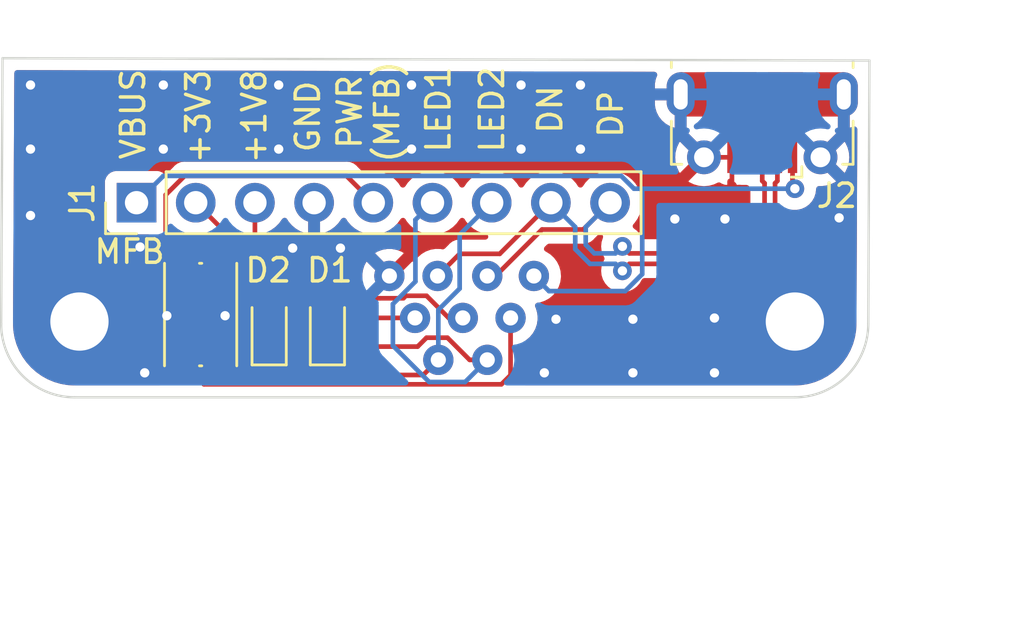
<source format=kicad_pcb>
(kicad_pcb (version 20211014) (generator pcbnew)
  (layers (0 "F.Cu" signal) (31 "B.Cu" signal) (34 "B.Paste" user) (35 "F.Paste" user) (36 "B.SilkS" user "B.Silkscreen") (37 "F.SilkS" user "F.Silkscreen") (38 "B.Mask" user) (39 "F.Mask" user) (44 "Edge.Cuts" user))
  (net 0 "")
  (net 1 "/LED1")
  (net 2 "+3V3")
  (net 3 "/LED2")
  (net 4 "VBUS")
  (net 5 "+1V8")
  (net 6 "GND")
  (net 7 "/PWR(MFB)")
  (net 8 "/DN")
  (net 9 "/DP")
  (footprint "other footprints:0.65mm pogo pin" (layer "F.Cu") (at 141.5 87.544)
    (fp_text reference "TP34" hide)
    (fp_text value "BM83_USB_DP")
    (pad "1" thru_hole circle (at 0 3.6) (size 1.3 1.3) (drill 0.65) (layers *.Cu *.Mask) (net 9 "/DP"))
  )
  (footprint "other footprints:0.65mm pogo pin" (layer "F.Cu") (at 141.5 91.144)
    (fp_text reference "TP31" hide)
    (fp_text value "BM83_LED1")
    (pad "1" thru_hole circle (at 0 3.6) (size 1.3 1.3) (drill 0.65) (layers *.Cu *.Mask) (net 1 "/LED1"))
  )
  (footprint "other footprints:0.65mm pogo pin" (layer "F.Cu") (at 143.5 87.544)
    (fp_text reference "TP70" hide)
    (fp_text value "5V VBUS")
    (pad "1" thru_hole circle (at 0 3.6) (size 1.3 1.3) (drill 0.65) (layers *.Cu *.Mask) (net 4 "VBUS"))
  )
  (footprint "MountingHole:MountingHole_2.5mm_Pad" (layer "F.Cu") (at 154.7 93.1)
    (fp_text reference "REF**" hide)
    (fp_text value "MountingHole_2.5mm_Pad")
    (pad "1" thru_hole circle locked (at 0 0) (size 5 5) (drill 2.5) (layers *.Cu *.Mask) (net 6 "GND"))
  )
  (footprint "Connector_PinHeader_2.54mm:PinHeader_1x09_P2.54mm_Vertical" (layer "F.Cu") (at 126.45 88 90)
    (fp_text reference "J1" (at 0 -2.33 90) (layer "F.SilkS"))
    (fp_text value "Conn_01x09_Male")
    (fp_line (start 1.33 1.27) (end 1.33 21.65) (layer "F.SilkS") (width 0.12))
    (fp_line (start -1.33 0) (end -1.33 -1.33) (layer "F.SilkS") (width 0.12))
    (fp_line (start -1.33 -1.33) (end 0 -1.33) (layer "F.SilkS") (width 0.12))
    (fp_line (start -1.33 1.27) (end -1.33 21.65) (layer "F.SilkS") (width 0.12))
    (fp_line (start -1.33 21.65) (end 1.33 21.65) (layer "F.SilkS") (width 0.12))
    (fp_line (start -1.33 1.27) (end 1.33 1.27) (layer "F.SilkS") (width 0.12))
    (pad "1" thru_hole rect locked (at 0 0 90) (size 1.7 1.7) (drill 1) (layers *.Cu *.Mask) (net 4 "VBUS"))
    (pad "2" thru_hole oval locked (at 0 2.54 90) (size 1.7 1.7) (drill 1) (layers *.Cu *.Mask) (net 2 "+3V3"))
    (pad "3" thru_hole oval locked (at 0 5.08 90) (size 1.7 1.7) (drill 1) (layers *.Cu *.Mask) (net 5 "+1V8"))
    (pad "4" thru_hole oval locked (at 0 7.62 90) (size 1.7 1.7) (drill 1) (layers *.Cu *.Mask) (net 6 "GND"))
    (pad "5" thru_hole oval locked (at 0 10.16 90) (size 1.7 1.7) (drill 1) (layers *.Cu *.Mask) (net 7 "/PWR(MFB)"))
    (pad "6" thru_hole oval locked (at 0 12.7 90) (size 1.7 1.7) (drill 1) (layers *.Cu *.Mask) (net 1 "/LED1"))
    (pad "7" thru_hole oval locked (at 0 15.24 90) (size 1.7 1.7) (drill 1) (layers *.Cu *.Mask) (net 3 "/LED2"))
    (pad "8" thru_hole oval locked (at 0 17.78 90) (size 1.7 1.7) (drill 1) (layers *.Cu *.Mask) (net 8 "/DN"))
    (pad "9" thru_hole oval locked (at 0 20.32 90) (size 1.7 1.7) (drill 1) (layers *.Cu *.Mask) (net 9 "/DP"))
  )
  (footprint "LED_SMD:LED_0603_1608Metric_Pad1.05x0.95mm_HandSolder" (layer "F.Cu") (at 132.140744 93.3 90)
    (fp_text reference "D2" (at 2.4 -0.040744 180) (layer "F.SilkS"))
    (fp_text value "LED2")
    (fp_line (start -1.66 -0.735) (end -1.66 0.735) (layer "F.SilkS") (width 0.12))
    (fp_line (start 0.8 -0.735) (end -1.66 -0.735) (layer "F.SilkS") (width 0.12))
    (fp_line (start -1.66 0.735) (end 0.8 0.735) (layer "F.SilkS") (width 0.12))
    (pad "1" smd roundrect locked (at -0.875 0 90) (size 1.05 0.95) (layers "F.Cu" "F.Paste" "F.Mask") (net 3 "/LED2"))
    (pad "2" smd roundrect locked (at 0.875 0 90) (size 1.05 0.95) (layers "F.Cu" "F.Paste" "F.Mask") (net 2 "+3V3"))
  )
  (footprint "other footprints:0.65mm pogo pin" (layer "F.Cu") (at 138.4 89.344)
    (fp_text reference "TP71" hide)
    (fp_text value "3.3V")
    (pad "1" thru_hole circle (at 0 3.6) (size 1.3 1.3) (drill 0.65) (layers *.Cu *.Mask) (net 2 "+3V3"))
  )
  (footprint "Connector_USB:USB_Micro-B_Molex-105017-0001" (layer "F.Cu") (at 153.3 84.59 180)
    (fp_text reference "J2" (at -3.2 -3.11) (layer "F.SilkS"))
    (fp_text value "USB_B_Micro")
    (fp_line (start -3.9 -1.7625) (end -3.45 -1.7625) (layer "F.SilkS") (width 0.12))
    (fp_line (start 3.9 -1.7625) (end 3.45 -1.7625) (layer "F.SilkS") (width 0.12))
    (fp_line (start -1.7 -2.3125) (end -1.7 -1.8625) (layer "F.SilkS") (width 0.12))
    (fp_line (start -3.9 2.6375) (end -3.9 2.3875) (layer "F.SilkS") (width 0.12))
    (fp_line (start -1.7 -2.3125) (end -1.25 -2.3125) (layer "F.SilkS") (width 0.12))
    (fp_line (start 3.9 0.0875) (end 3.9 -1.7625) (layer "F.SilkS") (width 0.12))
    (fp_line (start -3.9 0.0875) (end -3.9 -1.7625) (layer "F.SilkS") (width 0.12))
    (fp_line (start 3.9 2.6375) (end 3.9 2.3875) (layer "F.SilkS") (width 0.12))
    (pad "1" smd rect locked (at -1.3 -1.4625 180) (size 0.4 1.35) (layers "F.Cu" "F.Paste" "F.Mask") (net 4 "VBUS"))
    (pad "2" smd rect locked (at -0.65 -1.4625 180) (size 0.4 1.35) (layers "F.Cu" "F.Paste" "F.Mask") (net 8 "/DN"))
    (pad "3" smd rect locked (at 0 -1.4625 180) (size 0.4 1.35) (layers "F.Cu" "F.Paste" "F.Mask") (net 9 "/DP"))
    (pad "4" smd rect locked (at 0.65 -1.4625 180) (size 0.4 1.35) (layers "F.Cu" "F.Paste" "F.Mask"))
    (pad "5" smd rect locked (at 1.3 -1.4625 180) (size 0.4 1.35) (layers "F.Cu" "F.Paste" "F.Mask") (net 6 "GND"))
    (pad "6" smd rect locked (at -2.9 1.2375 180) (size 1.2 1.9) (layers "F.Cu" "F.Mask") (net 6 "GND"))
    (pad "6" thru_hole circle locked (at 2.5 -1.4625 180) (size 1.45 1.45) (drill 0.85) (layers *.Cu *.Mask) (net 6 "GND"))
    (pad "6" smd rect locked (at 2.9 1.2375 180) (size 1.2 1.9) (layers "F.Cu" "F.Mask") (net 6 "GND"))
    (pad "6" smd rect locked (at -1 1.2375 180) (size 1.5 1.9) (layers "F.Cu" "F.Paste" "F.Mask") (net 6 "GND"))
    (pad "6" thru_hole oval locked (at -3.5 1.2375) (size 1.2 1.9) (drill oval 0.6 1.3) (layers *.Cu *.Mask) (net 6 "GND"))
    (pad "6" thru_hole oval locked (at 3.5 1.2375 180) (size 1.2 1.9) (drill oval 0.6 1.3) (layers *.Cu *.Mask) (net 6 "GND"))
    (pad "6" smd rect locked (at 1 1.2375 180) (size 1.5 1.9) (layers "F.Cu" "F.Paste" "F.Mask") (net 6 "GND"))
    (pad "6" thru_hole circle locked (at -2.5 -1.4625 180) (size 1.45 1.45) (drill 0.85) (layers *.Cu *.Mask) (net 6 "GND"))
  )
  (footprint "LED_SMD:LED_0603_1608Metric_Pad1.05x0.95mm_HandSolder" (layer "F.Cu") (at 134.640744 93.3 90)
    (fp_text reference "D1" (at 2.4 0.1 180) (layer "F.SilkS"))
    (fp_text value "LED1")
    (fp_line (start 0.8 -0.735) (end -1.66 -0.735) (layer "F.SilkS") (width 0.12))
    (fp_line (start -1.66 0.735) (end 0.8 0.735) (layer "F.SilkS") (width 0.12))
    (fp_line (start -1.66 -0.735) (end -1.66 0.735) (layer "F.SilkS") (width 0.12))
    (pad "1" smd roundrect locked (at -0.875 0 90) (size 1.05 0.95) (layers "F.Cu" "F.Paste" "F.Mask") (net 1 "/LED1"))
    (pad "2" smd roundrect locked (at 0.875 0 90) (size 1.05 0.95) (layers "F.Cu" "F.Paste" "F.Mask") (net 2 "+3V3"))
  )
  (footprint "Button_Switch_SMD:SW_Push_1P1T_NO_CK_KMR2" (layer "F.Cu") (at 129.2 92.8 90)
    (fp_text reference "MFB" (at 2.7 -3.05 180) (layer "F.SilkS"))
    (fp_text value "PWR MFB")
    (fp_line (start 2.2 0.05) (end 2.2 -0.05) (layer "F.SilkS") (width 0.12))
    (fp_line (start -2.2 1.55) (end 2.2 1.55) (layer "F.SilkS") (width 0.12))
    (fp_line (start 2.2 -1.55) (end -2.2 -1.55) (layer "F.SilkS") (width 0.12))
    (fp_line (start -2.2 0.05) (end -2.2 -0.05) (layer "F.SilkS") (width 0.12))
    (pad "1" smd rect locked (at -2.05 -0.8 90) (size 0.9 1) (layers "F.Cu" "F.Paste" "F.Mask") (net 7 "/PWR(MFB)"))
    (pad "1" smd rect locked (at 2.05 -0.8 90) (size 0.9 1) (layers "F.Cu" "F.Paste" "F.Mask") (net 7 "/PWR(MFB)"))
    (pad "2" smd rect locked (at 2.05 0.8 90) (size 0.9 1) (layers "F.Cu" "F.Paste" "F.Mask") (net 2 "+3V3"))
    (pad "2" smd rect locked (at -2.05 0.8 90) (size 0.9 1) (layers "F.Cu" "F.Paste" "F.Mask") (net 2 "+3V3"))
  )
  (footprint "other footprints:0.65mm pogo pin" (layer "F.Cu") (at 137.3 87.544)
    (fp_text reference "TP73" hide)
    (fp_text value "GND")
    (pad "1" thru_hole circle (at 0 3.6) (size 1.3 1.3) (drill 0.65) (layers *.Cu *.Mask) (net 6 "GND"))
  )
  (footprint "other footprints:0.65mm pogo pin" (layer "F.Cu") (at 140.45 89.344)
    (fp_text reference "TP72" hide)
    (fp_text value "1.8V")
    (pad "1" thru_hole circle (at 0 3.6) (size 1.3 1.3) (drill 0.65) (layers *.Cu *.Mask) (net 5 "+1V8"))
  )
  (footprint "other footprints:0.65mm pogo pin" (layer "F.Cu") (at 139.366666 87.544)
    (fp_text reference "TP33" hide)
    (fp_text value "BM83_USB_DN")
    (pad "1" thru_hole circle (at 0 3.6) (size 1.3 1.3) (drill 0.65) (layers *.Cu *.Mask) (net 8 "/DN"))
  )
  (footprint "other footprints:0.65mm pogo pin" (layer "F.Cu") (at 139.4 91.144)
    (fp_text reference "TP32" hide)
    (fp_text value "BM83_LED2")
    (pad "1" thru_hole circle (at 0 3.6) (size 1.3 1.3) (drill 0.65) (layers *.Cu *.Mask) (net 3 "/LED2"))
  )
  (footprint "" (layer "F.Cu") (at 124 93.1)
    (fp_text reference "" (at 0 0) (layer "F.SilkS") (effects (font (size 1.27 1.27))))
    (fp_text value "" (at 0 0) (layer "F.SilkS") (effects (font (size 1.27 1.27))))
    (pad "1" thru_hole circle locked (at 0 0) (size 5 5) (drill 2.5) (layers *.Cu *.Mask) (net 6 "GND"))
  )
  (footprint "other footprints:0.65mm pogo pin" (layer "F.Cu") (at 142.5 89.344)
    (fp_text reference "TP30" hide)
    (fp_text value "BM83_MFB")
    (pad "1" thru_hole circle (at 0 3.6) (size 1.3 1.3) (drill 0.65) (layers *.Cu *.Mask) (net 7 "/PWR(MFB)"))
  )
  (gr_line (start 157.9 81.9) (end 157.850463 93.200529) (layer "Edge.Cuts") (width 0.1))
  (gr_arc (start 157.850463 93.200529) (mid 156.927527 95.427901) (end 154.7 96.350463) (layer "Edge.Cuts") (width 0.1))
  (gr_arc (start 123.79057 96.350728) (mid 121.563198 95.427792) (end 120.640636 93.200265) (layer "Edge.Cuts") (width 0.1))
  (gr_line (start 120.7 81.8) (end 157.9 81.9) (layer "Edge.Cuts") (width 0.1))
  (gr_line (start 120.640636 93.200265) (end 120.7 81.8) (layer "Edge.Cuts") (width 0.1))
  (gr_line (start 154.7 96.350463) (end 123.79057 96.350728) (layer "Edge.Cuts") (width 0.1))
  (gr_text "PWR\n(MFB)" (at 136.4 84.1 90) (layer "F.SilkS") (effects (font (size 1 1))))
  (gr_text "VBUS" (at 126.3 84.2 90) (layer "F.SilkS") (effects (font (size 1 1))))
  (gr_text "GND" (at 133.8 84.3 90) (layer "F.SilkS") (effects (font (size 1 1))))
  (gr_text "+3V3" (at 129.1 84.3 90) (layer "F.SilkS") (effects (font (size 1 1))))
  (gr_text "+1V8" (at 131.5 84.3 90) (layer "F.SilkS") (effects (font (size 1 1))))
  (gr_text "DP" (at 146.8 84.2 90) (layer "F.SilkS") (effects (font (size 1 1))))
  (gr_text "LED2" (at 141.7 84 90) (layer "F.SilkS") (effects (font (size 1 1))))
  (gr_text "LED1" (at 139.4 84 90) (layer "F.SilkS") (effects (font (size 1 1))))
  (gr_text "DN" (at 144.2 84 90) (layer "F.SilkS") (effects (font (size 1 1))))
  (segment (start 139.792218 93.793406) (end 138.893406 93.793406) (width 0.2) (layer "F.Cu") (net 1))
  (segment (start 138.893406 93.793406) (end 138.511812 94.175) (width 0.2) (layer "F.Cu") (net 1))
  (segment (start 138.511812 94.175) (end 134.640744 94.175) (width 0.2) (layer "F.Cu") (net 1))
  (segment (start 140.742812 94.744) (end 139.792218 93.793406) (width 0.2) (layer "F.Cu") (net 1))
  (segment (start 141.5 94.744) (end 140.742812 94.744) (width 0.2) (layer "F.Cu") (net 1))
  (segment (start 137.450489 92.349511) (end 138.417155 91.382845) (width 0.2) (layer "B.Cu") (net 1))
  (segment (start 137.450489 94.137301) (end 137.450489 92.349511) (width 0.2) (layer "B.Cu") (net 1))
  (segment (start 138.417155 91.382845) (end 138.417155 88.732845) (width 0.2) (layer "B.Cu") (net 1))
  (segment (start 140.550489 95.693511) (end 139.006699 95.693511) (width 0.2) (layer "B.Cu") (net 1))
  (segment (start 139.006699 95.693511) (end 137.450489 94.137301) (width 0.2) (layer "B.Cu") (net 1))
  (segment (start 141.5 94.744) (end 140.550489 95.693511) (width 0.2) (layer "B.Cu") (net 1))
  (segment (start 138.417155 88.732845) (end 139.15 88) (width 0.2) (layer "B.Cu") (net 1))
  (segment (start 130 90.75) (end 130 89.01) (width 0.2) (layer "F.Cu") (net 2))
  (segment (start 132.140744 92.425) (end 131.675 92.425) (width 0.2) (layer "F.Cu") (net 2))
  (segment (start 132.140744 92.425) (end 134.640744 92.425) (width 0.2) (layer "F.Cu") (net 2))
  (segment (start 130 89.01) (end 128.99 88) (width 0.2) (layer "F.Cu") (net 2))
  (segment (start 131.675 92.425) (end 130 90.75) (width 0.2) (layer "F.Cu") (net 2))
  (segment (start 135.159744 92.944) (end 138.4 92.944) (width 0.2) (layer "F.Cu") (net 2))
  (segment (start 135.159744 92.944) (end 134.640744 92.425) (width 0.2) (layer "F.Cu") (net 2))
  (segment (start 138.750001 95.393999) (end 133.359743 95.393999) (width 0.2) (layer "F.Cu") (net 3))
  (segment (start 133.359743 95.393999) (end 132.140744 94.175) (width 0.2) (layer "F.Cu") (net 3))
  (segment (start 139.4 94.744) (end 138.750001 95.393999) (width 0.2) (layer "F.Cu") (net 3))
  (segment (start 139.4 92.6) (end 139.4 94.744) (width 0.2) (layer "B.Cu") (net 3))
  (segment (start 141.69 88) (end 140.316177 89.373823) (width 0.2) (layer "B.Cu") (net 3))
  (segment (start 140.316177 91.683823) (end 139.4 92.6) (width 0.2) (layer "B.Cu") (net 3))
  (segment (start 140.316177 89.373823) (end 140.316177 91.683823) (width 0.2) (layer "B.Cu") (net 3))
  (segment (start 154.6 86.0525) (end 154.6 87.3) (width 0.2) (layer "F.Cu") (net 4))
  (segment (start 154.6 87.3) (end 154.7 87.4) (width 0.2) (layer "F.Cu") (net 4))
  (via (at 154.7 87.4) (size 0.8) (drill 0.4) (layers "F.Cu" "B.Cu") (net 4))
  (segment (start 147.42026 91.793999) (end 148.15 91.064259) (width 0.2) (layer "B.Cu") (net 4))
  (segment (start 127.599511 86.850489) (end 126.45 88) (width 0.2) (layer "B.Cu") (net 4))
  (segment (start 147.246144 86.850489) (end 127.599511 86.850489) (width 0.2) (layer "B.Cu") (net 4))
  (segment (start 147.795655 87.4) (end 147.246144 86.850489) (width 0.2) (layer "B.Cu") (net 4))
  (segment (start 144.149999 91.793999) (end 147.42026 91.793999) (width 0.2) (layer "B.Cu") (net 4))
  (segment (start 148.15 87.4) (end 147.795655 87.4) (width 0.2) (layer "B.Cu") (net 4))
  (segment (start 154.7 87.4) (end 148.15 87.4) (width 0.2) (layer "B.Cu") (net 4))
  (segment (start 148.15 91.064259) (end 148.15 87.4) (width 0.2) (layer "B.Cu") (net 4))
  (segment (start 143.5 91.144) (end 144.149999 91.793999) (width 0.2) (layer "B.Cu") (net 4))
  (segment (start 131.53 89.974994) (end 133.155006 91.6) (width 0.2) (layer "F.Cu") (net 5))
  (segment (start 135.898812 92.1) (end 135.398812 91.6) (width 0.2) (layer "F.Cu") (net 5))
  (segment (start 133.155006 91.6) (end 133.25 91.6) (width 0.2) (layer "F.Cu") (net 5))
  (segment (start 131.53 88) (end 131.53 89.974994) (width 0.2) (layer "F.Cu") (net 5))
  (segment (start 138.894489 91.994489) (end 139.844 92.944) (width 0.2) (layer "F.Cu") (net 5))
  (segment (start 137.900594 92.100594) (end 136.900594 92.100594) (width 0.2) (layer "F.Cu") (net 5))
  (segment (start 135.398812 91.6) (end 133.25 91.6) (width 0.2) (layer "F.Cu") (net 5))
  (segment (start 139.844 92.944) (end 140.45 92.944) (width 0.2) (layer "F.Cu") (net 5))
  (segment (start 136.900594 92.100594) (end 135.899406 92.100594) (width 0.2) (layer "F.Cu") (net 5))
  (segment (start 138.006699 91.994489) (end 138.894489 91.994489) (width 0.2) (layer "F.Cu") (net 5))
  (segment (start 137.900594 92.100594) (end 138.006699 91.994489) (width 0.2) (layer "F.Cu") (net 5))
  (segment (start 135.899406 92.100594) (end 135.898812 92.1) (width 0.2) (layer "F.Cu") (net 5))
  (segment (start 152 86.0525) (end 150.8 86.0525) (width 0.2) (layer "F.Cu") (net 6))
  (segment (start 152 86.0525) (end 152 87.4) (width 0.2) (layer "F.Cu") (net 6))
  (segment (start 134.156 88) (end 134.07 88) (width 0.2) (layer "F.Cu") (net 6))
  (via (at 145.5 85.7) (size 0.8) (drill 0.4) (layers "F.Cu" "B.Cu") (net 6))
  (via (at 127.75 92.85) (size 0.8) (drill 0.4) (layers "F.Cu" "B.Cu") (net 6))
  (via (at 151.7 88.7) (size 0.8) (drill 0.4) (layers "F.Cu" "B.Cu") (net 6))
  (via (at 151.25 95.3) (size 0.8) (drill 0.4) (layers "F.Cu" "B.Cu") (net 6))
  (via (at 121.9 88.55) (size 0.8) (drill 0.4) (layers "F.Cu" "B.Cu") (net 6))
  (via (at 127.6 85.7) (size 0.8) (drill 0.4) (layers "F.Cu" "B.Cu") (net 6))
  (via (at 145.5 82.95) (size 0.8) (drill 0.4) (layers "F.Cu" "B.Cu") (net 6))
  (via (at 132.55 85.7) (size 0.8) (drill 0.4) (layers "F.Cu" "B.Cu") (net 6))
  (via (at 126.8 95.3) (size 0.8) (drill 0.4) (layers "F.Cu" "B.Cu") (net 6))
  (via (at 132.55 82.95) (size 0.8) (drill 0.4) (layers "F.Cu" "B.Cu") (net 6))
  (via (at 130.25 92.85) (size 0.8) (drill 0.4) (layers "F.Cu" "B.Cu") (net 6))
  (via (at 126.6 89.9) (size 0.8) (drill 0.4) (layers "F.Cu" "B.Cu") (net 6))
  (via (at 147.75 93) (size 0.8) (drill 0.4) (layers "F.Cu" "B.Cu") (net 6))
  (via (at 133.15 89.95) (size 0.8) (drill 0.4) (layers "F.Cu" "B.Cu") (net 6))
  (via (at 151.25 92.95) (size 0.8) (drill 0.4) (layers "F.Cu" "B.Cu") (net 6))
  (via (at 147.75 95.3) (size 0.8) (drill 0.4) (layers "F.Cu" "B.Cu") (net 6))
  (via (at 135.2 89.95) (size 0.8) (drill 0.4) (layers "F.Cu" "B.Cu") (net 6))
  (via (at 121.9 82.95) (size 0.8) (drill 0.4) (layers "F.Cu" "B.Cu") (net 6))
  (via (at 127.6 82.95) (size 0.8) (drill 0.4) (layers "F.Cu" "B.Cu") (net 6))
  (via (at 142.95 82.95) (size 0.8) (drill 0.4) (layers "F.Cu" "B.Cu") (net 6))
  (via (at 138.25 85.7) (size 0.8) (drill 0.4) (layers "F.Cu" "B.Cu") (net 6))
  (via (at 143.95 95.3) (size 0.8) (drill 0.4) (layers "F.Cu" "B.Cu") (net 6))
  (via (at 149.55 88.7) (size 0.8) (drill 0.4) (layers "F.Cu" "B.Cu") (net 6))
  (via (at 138.25 82.95) (size 0.8) (drill 0.4) (layers "F.Cu" "B.Cu") (net 6))
  (via (at 121.9 85.7) (size 0.8) (drill 0.4) (layers "F.Cu" "B.Cu") (net 6))
  (via (at 144.45 93) (size 0.8) (drill 0.4) (layers "F.Cu" "B.Cu") (net 6))
  (via (at 142.95 85.7) (size 0.8) (drill 0.4) (layers "F.Cu" "B.Cu") (net 6))
  (via (at 156.6 88.65) (size 0.8) (drill 0.4) (layers "F.Cu" "B.Cu") (net 6))
  (segment (start 127.7 87.664345) (end 127.7 90.05) (width 0.2) (layer "F.Cu") (net 7))
  (segment (start 127.7 87.664345) (end 128.513856 86.850489) (width 0.2) (layer "F.Cu") (net 7))
  (segment (start 128.4 94.85) (end 129.343519 95.793519) (width 0.2) (layer "F.Cu") (net 7))
  (segment (start 135.460489 86.850489) (end 136.61 88) (width 0.2) (layer "F.Cu") (net 7))
  (segment (start 128.513856 86.850489) (end 135.460489 86.850489) (width 0.2) (layer "F.Cu") (net 7))
  (segment (start 142.5 95.4) (end 142.5 92.944) (width 0.2) (layer "F.Cu") (net 7))
  (segment (start 129.343519 95.793519) (end 142.106481 95.793519) (width 0.2) (layer "F.Cu") (net 7))
  (segment (start 127.7 90.05) (end 128.4 90.75) (width 0.2) (layer "F.Cu") (net 7))
  (segment (start 142.106481 95.793519) (end 142.5 95.4) (width 0.2) (layer "F.Cu") (net 7))
  (segment (start 153.85 87.165001) (end 153.95 87.065001) (width 0.2) (layer "F.Cu") (net 8))
  (segment (start 153.85 89.1182) (end 152.343199 90.625001) (width 0.2) (layer "F.Cu") (net 8))
  (segment (start 142.035511 90.194489) (end 144.23 88) (width 0.2) (layer "F.Cu") (net 8))
  (segment (start 147.599999 90.625001) (end 147.3 90.925) (width 0.2) (layer "F.Cu") (net 8))
  (segment (start 139.366666 91.144) (end 140.316177 90.194489) (width 0.2) (layer "F.Cu") (net 8))
  (segment (start 140.316177 90.194489) (end 142.035511 90.194489) (width 0.2) (layer "F.Cu") (net 8))
  (segment (start 153.95 87.065001) (end 153.95 86.0525) (width 0.2) (layer "F.Cu") (net 8))
  (segment (start 152.343199 90.625001) (end 147.599999 90.625001) (width 0.2) (layer "F.Cu") (net 8))
  (segment (start 153.85 87.165001) (end 153.85 89.1182) (width 0.2) (layer "F.Cu") (net 8))
  (via (at 147.3 90.925) (size 0.8) (drill 0.4) (layers "F.Cu" "B.Cu") (net 8))
  (segment (start 145.274999 89.044999) (end 144.23 88) (width 0.2) (layer "B.Cu") (net 8))
  (segment (start 147.000001 90.625001) (end 145.906801 90.625001) (width 0.2) (layer "B.Cu") (net 8))
  (segment (start 145.906801 90.625001) (end 145.274999 89.993199) (width 0.2) (layer "B.Cu") (net 8))
  (segment (start 145.274999 89.993199) (end 145.274999 89.044999) (width 0.2) (layer "B.Cu") (net 8))
  (segment (start 147.3 90.925) (end 147.000001 90.625001) (width 0.2) (layer "B.Cu") (net 8))
  (segment (start 141.856 91.144) (end 143.850489 89.149511) (width 0.2) (layer "F.Cu") (net 9))
  (segment (start 153.4 88.9318) (end 152.156801 90.174999) (width 0.2) (layer "F.Cu") (net 9))
  (segment (start 153.4 87.165001) (end 153.3 87.065001) (width 0.2) (layer "F.Cu") (net 9))
  (segment (start 153.3 87.065001) (end 153.3 86.0525) (width 0.2) (layer "F.Cu") (net 9))
  (segment (start 141.5 91.144) (end 141.856 91.144) (width 0.2) (layer "F.Cu") (net 9))
  (segment (start 145.620489 89.149511) (end 146.77 88) (width 0.2) (layer "F.Cu") (net 9))
  (segment (start 153.4 87.165001) (end 153.4 88.9318) (width 0.2) (layer "F.Cu") (net 9))
  (segment (start 152.156801 90.174999) (end 147.599999 90.174999) (width 0.2) (layer "F.Cu") (net 9))
  (segment (start 143.850489 89.149511) (end 145.620489 89.149511) (width 0.2) (layer "F.Cu") (net 9))
  (segment (start 147.599999 90.174999) (end 147.3 89.875) (width 0.2) (layer "F.Cu") (net 9))
  (via (at 147.3 89.875) (size 0.8) (drill 0.4) (layers "F.Cu" "B.Cu") (net 9))
  (segment (start 145.725001 89.806801) (end 145.725001 89.044999) (width 0.2) (layer "B.Cu") (net 9))
  (segment (start 147.3 89.875) (end 147.000001 90.174999) (width 0.2) (layer "B.Cu") (net 9))
  (segment (start 145.725001 89.044999) (end 146.77 88) (width 0.2) (layer "B.Cu") (net 9))
  (segment (start 146.093199 90.174999) (end 145.725001 89.806801) (width 0.2) (layer "B.Cu") (net 9))
  (segment (start 147.000001 90.174999) (end 146.093199 90.174999) (width 0.2) (layer "B.Cu") (net 9))
  (zone (net 6) (net_name "GND") (layers F&B.Cu) (connect_pads (clearance 0.508)) (min_thickness 0.254) (fill yes (thermal_gap 0.508) (thermal_bridge_width 0.508))
    (polygon (pts (xy 157.9 81.9) (xy 157.9 96.2) (xy 120.6 96.2) (xy 120.7 81.8)))
  )
)
</source>
